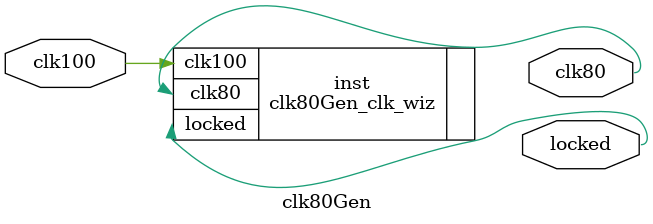
<source format=v>


`timescale 1ps/1ps

(* CORE_GENERATION_INFO = "clk80Gen,clk_wiz_v6_0_4_0_0,{component_name=clk80Gen,use_phase_alignment=true,use_min_o_jitter=false,use_max_i_jitter=false,use_dyn_phase_shift=false,use_inclk_switchover=false,use_dyn_reconfig=false,enable_axi=0,feedback_source=FDBK_AUTO,PRIMITIVE=MMCM,num_out_clk=1,clkin1_period=10.000,clkin2_period=10.000,use_power_down=false,use_reset=false,use_locked=true,use_inclk_stopped=false,feedback_type=SINGLE,CLOCK_MGR_TYPE=NA,manual_override=false}" *)

module clk80Gen 
 (
  // Clock out ports
  output        clk80,
  // Status and control signals
  output        locked,
 // Clock in ports
  input         clk100
 );

  clk80Gen_clk_wiz inst
  (
  // Clock out ports  
  .clk80(clk80),
  // Status and control signals               
  .locked(locked),
 // Clock in ports
  .clk100(clk100)
  );

endmodule

</source>
